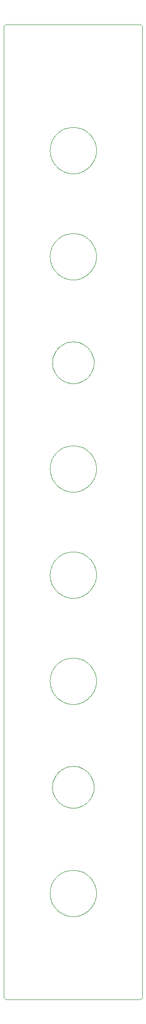
<source format=gm1>
%TF.GenerationSoftware,KiCad,Pcbnew,(6.0.6-0)*%
%TF.CreationDate,2022-09-04T11:17:48+01:00*%
%TF.ProjectId,4u-simple-integrator-frontpanel,34752d73-696d-4706-9c65-2d696e746567,r02*%
%TF.SameCoordinates,Original*%
%TF.FileFunction,Profile,NP*%
%FSLAX46Y46*%
G04 Gerber Fmt 4.6, Leading zero omitted, Abs format (unit mm)*
G04 Created by KiCad (PCBNEW (6.0.6-0)) date 2022-09-04 11:17:48*
%MOMM*%
%LPD*%
G01*
G04 APERTURE LIST*
%TA.AperFunction,Profile*%
%ADD10C,0.100000*%
%TD*%
G04 APERTURE END LIST*
D10*
%TO.C,Ref\u002A\u002A*%
X88158890Y-101192952D02*
X87889290Y-101489252D01*
X88609190Y-58471352D02*
X88785490Y-58835152D01*
X88926390Y-61682752D02*
X88785490Y-62064652D01*
X83335290Y-140485052D02*
X82971590Y-140309052D01*
X84114990Y-132570052D02*
X84526590Y-132506052D01*
X82971590Y-140309052D02*
X82628090Y-140100052D01*
X80806780Y-136227052D02*
X80870360Y-135815052D01*
X87596590Y-76853552D02*
X87839290Y-77120352D01*
X83335290Y-178585052D02*
X82971590Y-178409052D01*
X80870360Y-99384952D02*
X80806780Y-98973252D01*
X80785110Y-98549952D02*
X80785110Y-98549952D01*
X87889290Y-133710052D02*
X88158890Y-134007052D01*
X83168590Y-152405052D02*
X83496090Y-152247052D01*
X81290890Y-43378452D02*
X81114570Y-43014652D01*
X86928390Y-121259052D02*
X86564690Y-121435052D01*
X81496620Y-80953652D02*
X81369750Y-80609852D01*
X88158890Y-177393052D02*
X87889290Y-177689052D01*
X89114990Y-174750052D02*
X89093290Y-175173052D01*
X86403890Y-82953252D02*
X86059990Y-83080052D01*
X85373190Y-94406552D02*
X85784890Y-94470052D01*
X86731390Y-82794452D02*
X86403890Y-82953252D01*
X81114570Y-135035052D02*
X81290890Y-134671052D01*
X81219490Y-79881052D02*
X81199970Y-79499952D01*
X82971590Y-56790652D02*
X83335290Y-56614352D01*
X83839990Y-152120052D02*
X84198190Y-152027052D01*
X81500470Y-138972052D02*
X81290890Y-138628052D01*
X87839290Y-77120352D02*
X88055990Y-77409352D01*
X72535816Y-19021201D02*
X72597079Y-18947108D01*
X80785110Y-41399952D02*
X80785110Y-41399952D01*
X83717190Y-94573452D02*
X84114990Y-94470052D01*
X86928390Y-37740652D02*
X87271890Y-37950252D01*
X89029690Y-116764952D02*
X89093290Y-117176552D01*
X88680590Y-156081052D02*
X88623390Y-156452052D01*
X81500470Y-177072052D02*
X81290890Y-176728052D01*
X81290890Y-96571352D02*
X81500470Y-96227952D01*
X80870360Y-116764952D02*
X80973670Y-116367052D01*
X86059990Y-75919752D02*
X86403890Y-76046652D01*
X82971590Y-37740652D02*
X83335290Y-37564352D01*
X84949890Y-121765052D02*
X84526590Y-121743052D01*
X84114990Y-140730052D02*
X83717190Y-140626052D01*
X82307090Y-114390952D02*
X82628090Y-114150252D01*
X83335290Y-45235552D02*
X82971590Y-45059152D01*
X81496620Y-154246052D02*
X81655370Y-153919052D01*
X88785490Y-135035052D02*
X88926390Y-135417052D01*
X97228690Y-193714052D02*
X97143790Y-193760052D01*
X88158890Y-38756952D02*
X88399590Y-39077952D01*
X87271890Y-121050052D02*
X86928390Y-121259052D01*
X81741150Y-101192952D02*
X81500470Y-100871852D01*
X83717190Y-121576052D02*
X83335290Y-121435052D01*
X81496620Y-78046152D02*
X81655370Y-77718652D01*
X80806780Y-98973252D02*
X80785110Y-98549952D01*
X86182790Y-132673052D02*
X86564690Y-132814052D01*
X82859390Y-76394052D02*
X83168590Y-76205352D01*
X80973670Y-97317052D02*
X81114570Y-96935152D01*
X89029690Y-42234952D02*
X88926390Y-42632752D01*
X83717190Y-178726052D02*
X83335290Y-178585052D01*
X87596590Y-82146352D02*
X87329690Y-82389052D01*
X83335290Y-56614352D02*
X83717190Y-56473452D01*
X88399590Y-177072052D02*
X88158890Y-177393052D01*
X87889290Y-177689052D02*
X87592890Y-177959052D01*
X82060770Y-81879452D02*
X81844070Y-81590452D01*
X84568790Y-159430052D02*
X84198190Y-159373052D01*
X87839290Y-158079052D02*
X87596590Y-158346052D01*
X83335290Y-37564352D02*
X83717190Y-37423452D01*
X86564690Y-45235552D02*
X86182790Y-45376452D01*
X82628090Y-121050052D02*
X82307090Y-120809052D01*
X83839990Y-159280052D02*
X83496090Y-159153052D01*
X85373190Y-56306552D02*
X85784890Y-56370052D01*
X81741150Y-38756952D02*
X82010760Y-38460552D01*
X81500470Y-134328052D02*
X81741150Y-134007052D01*
X80806780Y-118023252D02*
X80785110Y-117599952D01*
X88158890Y-57806952D02*
X88399590Y-58127952D01*
X82971590Y-132991052D02*
X83335290Y-132814052D01*
X87271890Y-133200052D02*
X87592890Y-133441052D01*
X85784890Y-37320052D02*
X86182790Y-37423452D01*
X80806780Y-117176552D02*
X80870360Y-116764952D01*
X81369750Y-154590052D02*
X81496620Y-154246052D01*
X81219490Y-155319052D02*
X81276730Y-154948052D01*
X85331090Y-151969052D02*
X85701790Y-152027052D01*
X82010760Y-95610552D02*
X82307090Y-95340952D01*
X84526590Y-121743052D02*
X84114990Y-121680052D01*
X82307090Y-57240952D02*
X82628090Y-57000252D01*
X83717190Y-140626052D02*
X83335290Y-140485052D01*
X97410390Y-19106065D02*
X97439690Y-19199623D01*
X80870360Y-61284952D02*
X80806780Y-60873252D01*
X82971590Y-94890652D02*
X83335290Y-94714352D01*
X84198190Y-159373052D02*
X83839990Y-159280052D01*
X82307090Y-139859052D02*
X82010760Y-139589052D01*
X96950090Y-193800052D02*
X72950000Y-193800052D01*
X84949890Y-151950052D02*
X85331090Y-151969052D01*
X86564690Y-37564352D02*
X86928390Y-37740652D01*
X81741150Y-177393052D02*
X81500470Y-177072052D01*
X87889290Y-120539052D02*
X87592890Y-120809052D01*
X88609190Y-138628052D02*
X88399590Y-138972052D01*
X83335290Y-113764352D02*
X83717190Y-113623452D01*
X81500470Y-172428052D02*
X81741150Y-172107052D01*
X88926390Y-175983052D02*
X88785490Y-176365052D01*
X80870360Y-59614952D02*
X80973670Y-59217052D01*
X80973670Y-135417052D02*
X81114570Y-135035052D01*
X89029690Y-175585052D02*
X88926390Y-175983052D01*
X89093290Y-41823252D02*
X89029690Y-42234952D01*
X81500470Y-119922052D02*
X81290890Y-119578052D01*
X80806780Y-98126552D02*
X80870360Y-97714952D01*
X81369750Y-80609852D02*
X81276730Y-80251652D01*
X88055990Y-153609052D02*
X88244690Y-153919052D01*
X81741150Y-95906952D02*
X82010760Y-95610552D01*
X88399590Y-100871852D02*
X88158890Y-101192952D01*
X81290890Y-39421452D02*
X81500470Y-39077952D01*
X88785490Y-96935152D02*
X88926390Y-97317052D01*
X82859390Y-82605752D02*
X82570390Y-82389052D01*
X83717190Y-64426452D02*
X83335290Y-64285552D01*
X88680590Y-155319052D02*
X88700090Y-155700052D01*
X84949890Y-64614952D02*
X84526590Y-64593352D01*
X80806780Y-60873252D02*
X80785110Y-60449952D01*
X89093290Y-60026552D02*
X89114990Y-60449952D01*
X84114990Y-94470052D02*
X84526590Y-94406552D01*
X81741150Y-172107052D02*
X82010760Y-171810052D01*
X81844070Y-77409352D02*
X82060770Y-77120352D01*
X86928390Y-113940652D02*
X87271890Y-114150252D01*
X81276730Y-154948052D02*
X81369750Y-154590052D01*
X84949890Y-159450052D02*
X84568790Y-159430052D01*
X88623390Y-78748152D02*
X88680590Y-79118752D01*
X83335290Y-94714352D02*
X83717190Y-94573452D01*
X85373190Y-113456552D02*
X85784890Y-113520052D01*
X86928390Y-171091052D02*
X87271890Y-171300052D01*
X89029690Y-173915052D02*
X89093290Y-174327052D01*
X86182790Y-64426452D02*
X85784890Y-64529752D01*
X89114990Y-117599952D02*
X89093290Y-118023252D01*
X87889290Y-95610552D02*
X88158890Y-95906952D01*
X88158890Y-63092952D02*
X87889290Y-63389352D01*
X87889290Y-171810052D02*
X88158890Y-172107052D01*
X82010760Y-63389352D02*
X81741150Y-63092952D01*
X87271890Y-44849652D02*
X86928390Y-45059152D01*
X86731390Y-76205352D02*
X87040590Y-76394052D01*
X81741150Y-134007052D02*
X82010760Y-133710052D01*
X86182790Y-37423452D02*
X86564690Y-37564352D01*
X84114990Y-178830052D02*
X83717190Y-178726052D01*
X88399590Y-39077952D02*
X88609190Y-39421452D01*
X81500470Y-58127952D02*
X81741150Y-57806952D01*
X83717190Y-45376452D02*
X83335290Y-45235552D01*
X86928390Y-56790652D02*
X87271890Y-57000252D01*
X97228690Y-18885865D02*
X97302790Y-18947108D01*
X80973670Y-59217052D02*
X81114570Y-58835152D01*
X81114570Y-173135052D02*
X81290890Y-172771052D01*
X82971590Y-102209152D02*
X82628090Y-101999652D01*
X86564690Y-140485052D02*
X86182790Y-140626052D01*
X84949890Y-170585052D02*
X85373190Y-170606052D01*
X88530290Y-154590052D02*
X88623390Y-154948052D01*
X81219490Y-79118752D02*
X81276730Y-78748152D01*
X82628090Y-57000252D02*
X82971590Y-56790652D01*
X96950090Y-18800000D02*
X96950090Y-18800000D01*
X82010760Y-114660552D02*
X82307090Y-114390952D01*
X72849738Y-18810233D02*
X72950000Y-18800000D01*
X81199970Y-79499952D02*
X81219490Y-79118752D01*
X83335290Y-64285552D02*
X82971590Y-64109152D01*
X82628090Y-178200052D02*
X82307090Y-177959052D01*
X88530290Y-156810052D02*
X88403490Y-157154052D01*
X88399590Y-134328052D02*
X88609190Y-134671052D01*
X96950090Y-18800000D02*
X97050290Y-18810233D01*
X81114570Y-176365052D02*
X80973670Y-175983052D01*
X80785110Y-98549952D02*
X80806780Y-98126552D01*
X83168590Y-158994052D02*
X82859390Y-158806052D01*
X84568790Y-75769452D02*
X84949890Y-75749952D01*
X88680590Y-79118752D02*
X88700090Y-79499952D01*
X84949890Y-102714952D02*
X84526590Y-102693352D01*
X89114990Y-60449952D02*
X89093290Y-60873252D01*
X88623390Y-156452052D02*
X88530290Y-156810052D01*
X87596590Y-153053052D02*
X87839290Y-153320052D01*
X82570390Y-82389052D02*
X82303490Y-82146352D01*
X89093290Y-137073052D02*
X89029690Y-137485052D01*
X84526590Y-94406552D02*
X84949890Y-94384852D01*
X84114990Y-45479752D02*
X83717190Y-45376452D01*
X81219490Y-156081052D02*
X81199970Y-155700052D01*
X82628090Y-171300052D02*
X82971590Y-171091052D01*
X82628090Y-37950252D02*
X82971590Y-37740652D01*
X89093290Y-174327052D02*
X89114990Y-174750052D01*
X86928390Y-178409052D02*
X86564690Y-178585052D01*
X88530290Y-78389952D02*
X88623390Y-78748152D01*
X82307090Y-177959052D02*
X82010760Y-177689052D01*
X84568790Y-151969052D02*
X84949890Y-151950052D01*
X97363990Y-19021201D02*
X97410390Y-19106065D01*
X85373190Y-132506052D02*
X85784890Y-132570052D01*
X86182790Y-178726052D02*
X85784890Y-178830052D01*
X81500470Y-39077952D02*
X81741150Y-38756952D01*
X81114570Y-100164652D02*
X80973670Y-99782752D01*
X86182790Y-45376452D02*
X85784890Y-45479752D01*
X88530290Y-80609852D02*
X88403490Y-80953652D01*
X88158890Y-95906952D02*
X88399590Y-96227952D01*
X84526590Y-64593352D02*
X84114990Y-64529752D01*
X84949890Y-140815052D02*
X84526590Y-140793052D01*
X85701790Y-83173052D02*
X85331090Y-83230352D01*
X81290890Y-115621352D02*
X81500470Y-115277952D01*
X88158890Y-139293052D02*
X87889290Y-139589052D01*
X85784890Y-56370052D02*
X86182790Y-56473452D01*
X89093290Y-118023252D02*
X89029690Y-118434952D01*
X88623390Y-80251652D02*
X88530290Y-80609852D01*
X80870360Y-118434952D02*
X80806780Y-118023252D01*
X84526590Y-56306552D02*
X84949890Y-56284852D01*
X81290890Y-134671052D02*
X81500470Y-134328052D01*
X86059990Y-159280052D02*
X85701790Y-159373052D01*
X83335290Y-121435052D02*
X82971590Y-121259052D01*
X87271890Y-95100252D02*
X87592890Y-95340952D01*
X82971590Y-178409052D02*
X82628090Y-178200052D01*
X87592890Y-171541052D02*
X87889290Y-171810052D01*
X87839290Y-153320052D02*
X88055990Y-153609052D01*
X84949890Y-94384852D02*
X85373190Y-94406552D01*
X85373190Y-170606052D02*
X85784890Y-170670052D01*
X86403890Y-159153052D02*
X86059990Y-159280052D01*
X80870360Y-42234952D02*
X80806780Y-41823252D01*
X89029690Y-59614952D02*
X89093290Y-60026552D01*
X84526590Y-113456552D02*
X84949890Y-113434852D01*
X82971590Y-121259052D02*
X82628090Y-121050052D01*
X83717190Y-102526452D02*
X83335290Y-102385552D01*
X82859390Y-158806052D02*
X82570390Y-158589052D01*
X82010760Y-133710052D02*
X82307090Y-133441052D01*
X87592890Y-63658952D02*
X87271890Y-63899652D01*
X88700090Y-155700052D02*
X88680590Y-156081052D01*
X88399590Y-96227952D02*
X88609190Y-96571352D01*
X84949890Y-75749952D02*
X85331090Y-75769452D01*
X80870360Y-137485052D02*
X80806780Y-137073052D01*
X84526590Y-45543352D02*
X84114990Y-45479752D01*
X83839990Y-83080052D02*
X83496090Y-82953252D01*
X84526590Y-102693352D02*
X84114990Y-102629752D01*
X85331090Y-83230352D02*
X84949890Y-83249852D01*
X83496090Y-159153052D02*
X83168590Y-158994052D01*
X80870360Y-175585052D02*
X80806780Y-175173052D01*
X83168590Y-82794452D02*
X82859390Y-82605752D01*
X87271890Y-140100052D02*
X86928390Y-140309052D01*
X83496090Y-76046652D02*
X83839990Y-75919752D01*
X97050290Y-18810233D02*
X97143790Y-18839547D01*
X86182790Y-94573452D02*
X86564690Y-94714352D01*
X88680590Y-79881052D02*
X88623390Y-80251652D01*
X88785490Y-62064652D02*
X88609190Y-62428452D01*
X88785490Y-138265052D02*
X88609190Y-138628052D01*
X84949890Y-45564952D02*
X84526590Y-45543352D01*
X87889290Y-44339352D02*
X87592890Y-44608952D01*
X72535816Y-193579052D02*
X72489489Y-193494052D01*
X82060770Y-153320052D02*
X82303490Y-153053052D01*
X80806780Y-175173052D02*
X80785110Y-174750052D01*
X82303490Y-153053052D02*
X82570390Y-152811052D01*
X84114990Y-37320052D02*
X84526590Y-37256552D01*
X88609190Y-119578052D02*
X88399590Y-119922052D01*
X85373190Y-178893052D02*
X84949890Y-178915052D01*
X82971590Y-171091052D02*
X83335290Y-170914052D01*
X81500470Y-43721852D02*
X81290890Y-43378452D01*
X82010760Y-171810052D02*
X82307090Y-171541052D01*
X81290890Y-58471352D02*
X81500470Y-58127952D01*
X97439690Y-19199623D02*
X97449890Y-19299798D01*
X82628090Y-140100052D02*
X82307090Y-139859052D01*
X86564690Y-102385552D02*
X86182790Y-102526452D01*
X81500470Y-62771852D02*
X81290890Y-62428452D01*
X97143790Y-193760052D02*
X97050290Y-193790052D01*
X85784890Y-121680052D02*
X85373190Y-121743052D01*
X81655370Y-157481052D02*
X81496620Y-157154052D01*
X81500470Y-115277952D02*
X81741150Y-114956952D01*
X72460171Y-193400052D02*
X72449938Y-193300052D01*
X86564690Y-178585052D02*
X86182790Y-178726052D01*
X80973670Y-40167052D02*
X81114570Y-39785152D01*
X89114990Y-136650052D02*
X89093290Y-137073052D01*
X87592890Y-44608952D02*
X87271890Y-44849652D01*
X81655370Y-77718652D02*
X81844070Y-77409352D01*
X86731390Y-152405052D02*
X87040590Y-152594052D01*
X82010760Y-101489252D02*
X81741150Y-101192952D01*
X81276730Y-80251652D02*
X81219490Y-79881052D01*
X89029690Y-99384952D02*
X88926390Y-99782752D01*
X72460171Y-19199623D02*
X72489489Y-19106065D01*
X82628090Y-44849652D02*
X82307090Y-44608952D01*
X81500470Y-96227952D02*
X81741150Y-95906952D01*
X88609190Y-100528452D02*
X88399590Y-100871852D01*
X84114990Y-102629752D02*
X83717190Y-102526452D01*
X85331090Y-75769452D02*
X85701790Y-75826752D01*
X87889290Y-38460552D02*
X88158890Y-38756952D01*
X80870360Y-135815052D02*
X80973670Y-135417052D01*
X88609190Y-39421452D02*
X88785490Y-39785152D01*
X88785490Y-119215052D02*
X88609190Y-119578052D01*
X84526590Y-37256552D02*
X84949890Y-37234852D01*
X88926390Y-135417052D02*
X89029690Y-135815052D01*
X87592890Y-114390952D02*
X87889290Y-114660552D01*
X80973670Y-137883052D02*
X80870360Y-137485052D01*
X86403890Y-152247052D02*
X86731390Y-152405052D01*
X85331090Y-159430052D02*
X84949890Y-159450052D01*
X82971590Y-113940652D02*
X83335290Y-113764352D01*
X86182790Y-56473452D02*
X86564690Y-56614352D01*
X83839990Y-75919752D02*
X84198190Y-75826752D01*
X81741150Y-139293052D02*
X81500470Y-138972052D01*
X84114990Y-113520052D02*
X84526590Y-113456552D01*
X89093290Y-98126552D02*
X89114990Y-98549952D01*
X88399590Y-138972052D02*
X88158890Y-139293052D01*
X89093290Y-136227052D02*
X89114990Y-136650052D01*
X72449938Y-193300052D02*
X72449938Y-19299798D01*
X81741150Y-57806952D02*
X82010760Y-57510552D01*
X83168590Y-76205352D02*
X83496090Y-76046652D01*
X72489489Y-193494052D02*
X72460171Y-193400052D01*
X82570390Y-76610752D02*
X82859390Y-76394052D01*
X87889290Y-114660552D02*
X88158890Y-114956952D01*
X81844070Y-81590452D02*
X81655370Y-81281152D01*
X85784890Y-45479752D02*
X85373190Y-45543352D01*
X86564690Y-132814052D02*
X86928390Y-132991052D01*
X82307090Y-95340952D02*
X82628090Y-95100252D01*
X81276730Y-78748152D02*
X81369750Y-78389952D01*
X97050290Y-193790052D02*
X96950090Y-193800052D01*
X72671204Y-18885865D02*
X72756115Y-18839547D01*
X88609190Y-176728052D02*
X88399590Y-177072052D01*
X82010760Y-120539052D02*
X81741150Y-120243052D01*
X83335290Y-170914052D02*
X83717190Y-170773052D01*
X72756115Y-193760052D02*
X72671204Y-193714052D01*
X86059990Y-83080052D02*
X85701790Y-83173052D01*
X85373190Y-140793052D02*
X84949890Y-140815052D01*
X88399590Y-58127952D02*
X88609190Y-58471352D01*
X84198190Y-152027052D02*
X84568790Y-151969052D01*
X97449890Y-19299798D02*
X97449890Y-193300052D01*
X87271890Y-171300052D02*
X87592890Y-171541052D01*
X88609190Y-96571352D02*
X88785490Y-96935152D01*
X88244690Y-157481052D02*
X88055990Y-157790052D01*
X86564690Y-94714352D02*
X86928390Y-94890652D01*
X87329690Y-158589052D02*
X87040590Y-158806052D01*
X88700090Y-79499952D02*
X88680590Y-79881052D01*
X88158890Y-120243052D02*
X87889290Y-120539052D01*
X85701790Y-152027052D02*
X86059990Y-152120052D01*
X88609190Y-172771052D02*
X88785490Y-173135052D01*
X82010760Y-44339352D02*
X81741150Y-44042952D01*
X86182790Y-140626052D02*
X85784890Y-140730052D01*
X86928390Y-102209152D02*
X86564690Y-102385552D01*
X86731390Y-158994052D02*
X86403890Y-159153052D01*
X88785490Y-176365052D02*
X88609190Y-176728052D01*
X72756115Y-18839547D02*
X72849738Y-18810233D01*
X83717190Y-132673052D02*
X84114990Y-132570052D01*
X84949890Y-56284852D02*
X85373190Y-56306552D01*
X80785110Y-41399952D02*
X80806780Y-40976552D01*
X88926390Y-173517052D02*
X89029690Y-173915052D01*
X80870360Y-97714952D02*
X80973670Y-97317052D01*
X86564690Y-56614352D02*
X86928390Y-56790652D01*
X80870360Y-173915052D02*
X80973670Y-173517052D01*
X88926390Y-97317052D02*
X89029690Y-97714952D01*
X84949890Y-113434852D02*
X85373190Y-113456552D01*
X88403490Y-80953652D02*
X88244690Y-81281152D01*
X86403890Y-76046652D02*
X86731390Y-76205352D01*
X80785110Y-60449952D02*
X80785110Y-60449952D01*
X97302790Y-193653052D02*
X97228690Y-193714052D01*
X80806780Y-60026552D02*
X80870360Y-59614952D01*
X87592890Y-38190952D02*
X87889290Y-38460552D01*
X81114570Y-62064652D02*
X80973670Y-61682752D01*
X88926390Y-59217052D02*
X89029690Y-59614952D01*
X89029690Y-61284952D02*
X88926390Y-61682752D01*
X97302790Y-18947108D02*
X97363990Y-19021201D01*
X88399590Y-172428052D02*
X88609190Y-172771052D01*
X72950000Y-193800052D02*
X72849738Y-193790052D01*
X81114570Y-39785152D02*
X81290890Y-39421452D01*
X83717190Y-56473452D02*
X84114990Y-56370052D01*
X82010760Y-139589052D02*
X81741150Y-139293052D01*
X85373190Y-64593352D02*
X84949890Y-64614952D01*
X84198190Y-75826752D02*
X84568790Y-75769452D01*
X82307090Y-171541052D02*
X82628090Y-171300052D01*
X81114570Y-58835152D02*
X81290890Y-58471352D01*
X72849738Y-193790052D02*
X72756115Y-193760052D01*
X84526590Y-132506052D02*
X84949890Y-132485052D01*
X88158890Y-114956952D02*
X88399590Y-115277952D01*
X86182790Y-121576052D02*
X85784890Y-121680052D01*
X81114570Y-96935152D02*
X81290890Y-96571352D01*
X72950000Y-18800000D02*
X96950090Y-18800000D01*
X81741150Y-114956952D02*
X82010760Y-114660552D01*
X81290890Y-119578052D02*
X81114570Y-119215052D01*
X80973670Y-175983052D02*
X80870360Y-175585052D01*
X87271890Y-114150252D02*
X87592890Y-114390952D01*
X89029690Y-135815052D02*
X89093290Y-136227052D01*
X82307090Y-63658952D02*
X82010760Y-63389352D01*
X87329690Y-82389052D02*
X87040590Y-82605752D01*
X89029690Y-97714952D02*
X89093290Y-98126552D01*
X80806780Y-174327052D02*
X80870360Y-173915052D01*
X88785490Y-173135052D02*
X88926390Y-173517052D01*
X81290890Y-100528452D02*
X81114570Y-100164652D01*
X89029690Y-137485052D02*
X88926390Y-137883052D01*
X87592890Y-139859052D02*
X87271890Y-140100052D01*
X86564690Y-121435052D02*
X86182790Y-121576052D01*
X81844070Y-153609052D02*
X82060770Y-153320052D01*
X88926390Y-116367052D02*
X89029690Y-116764952D01*
X72489489Y-19106065D02*
X72535816Y-19021201D01*
X81741150Y-63092952D02*
X81500470Y-62771852D01*
X82628090Y-95100252D02*
X82971590Y-94890652D01*
X88785490Y-115985152D02*
X88926390Y-116367052D01*
X87329690Y-152811052D02*
X87596590Y-153053052D01*
X87839290Y-81879452D02*
X87596590Y-82146352D01*
X89029690Y-118434952D02*
X88926390Y-118833052D01*
X83717190Y-170773052D02*
X84114990Y-170670052D01*
X84949890Y-83249852D02*
X84568790Y-83230352D01*
X86928390Y-45059152D02*
X86564690Y-45235552D01*
X81741150Y-44042952D02*
X81500470Y-43721852D01*
X88399590Y-115277952D02*
X88609190Y-115621352D01*
X80973670Y-61682752D02*
X80870360Y-61284952D01*
X85784890Y-170670052D02*
X86182790Y-170773052D01*
X87889290Y-139589052D02*
X87592890Y-139859052D01*
X85784890Y-178830052D02*
X85373190Y-178893052D01*
X88609190Y-62428452D02*
X88399590Y-62771852D01*
X97363990Y-193579052D02*
X97302790Y-193653052D01*
X72671204Y-193714052D02*
X72597079Y-193653052D01*
X80973670Y-99782752D02*
X80870360Y-99384952D01*
X87271890Y-57000252D02*
X87592890Y-57240952D01*
X86928390Y-132991052D02*
X87271890Y-133200052D01*
X88055990Y-81590452D02*
X87839290Y-81879452D01*
X82971590Y-45059152D02*
X82628090Y-44849652D01*
X97449890Y-193300052D02*
X97439690Y-193400052D01*
X88785490Y-58835152D02*
X88926390Y-59217052D01*
X85373190Y-37256552D02*
X85784890Y-37320052D01*
X80973670Y-173517052D02*
X81114570Y-173135052D01*
X88926390Y-42632752D02*
X88785490Y-43014652D01*
X82303490Y-158346052D02*
X82060770Y-158079052D01*
X82570390Y-152811052D02*
X82859390Y-152594052D01*
X85784890Y-113520052D02*
X86182790Y-113623452D01*
X87592890Y-57240952D02*
X87889290Y-57510552D01*
X81290890Y-62428452D02*
X81114570Y-62064652D01*
X81114570Y-119215052D02*
X80973670Y-118833052D01*
X87271890Y-37950252D02*
X87592890Y-38190952D01*
X82859390Y-152594052D02*
X83168590Y-152405052D01*
X82307090Y-101758952D02*
X82010760Y-101489252D01*
X85784890Y-132570052D02*
X86182790Y-132673052D01*
X89093290Y-175173052D02*
X89029690Y-175585052D01*
X85784890Y-94470052D02*
X86182790Y-94573452D01*
X84114990Y-170670052D02*
X84526590Y-170606052D01*
X88403490Y-154246052D02*
X88530290Y-154590052D01*
X87596590Y-158346052D02*
X87329690Y-158589052D01*
X86182790Y-113623452D02*
X86564690Y-113764352D01*
X80785110Y-60449952D02*
X80806780Y-60026552D01*
X81276730Y-156452052D02*
X81219490Y-156081052D01*
X81369750Y-78389952D02*
X81496620Y-78046152D01*
X87271890Y-178200052D02*
X86928390Y-178409052D01*
X87889290Y-57510552D02*
X88158890Y-57806952D01*
X83496090Y-152247052D02*
X83839990Y-152120052D01*
X88158890Y-44042952D02*
X87889290Y-44339352D01*
X81290890Y-138628052D02*
X81114570Y-138265052D01*
X86059990Y-152120052D02*
X86403890Y-152247052D01*
X84114990Y-64529752D02*
X83717190Y-64426452D01*
X81844070Y-157790052D02*
X81655370Y-157481052D01*
X81199970Y-155700052D02*
X81219490Y-155319052D01*
X83335290Y-132814052D02*
X83717190Y-132673052D01*
X82303490Y-82146352D02*
X82060770Y-81879452D01*
X89114990Y-98549952D02*
X89093290Y-98973252D01*
X80785110Y-117599952D02*
X80806780Y-117176552D01*
X81290890Y-172771052D02*
X81500470Y-172428052D01*
X81290890Y-176728052D02*
X81114570Y-176365052D01*
X83496090Y-82953252D02*
X83168590Y-82794452D01*
X88926390Y-40167052D02*
X89029690Y-40564952D01*
X87040590Y-152594052D02*
X87329690Y-152811052D01*
X86564690Y-170914052D02*
X86928390Y-171091052D01*
X81655370Y-153919052D02*
X81844070Y-153609052D01*
X88609190Y-134671052D02*
X88785490Y-135035052D01*
X84114990Y-121680052D02*
X83717190Y-121576052D01*
X87592890Y-120809052D02*
X87271890Y-121050052D01*
X80785110Y-136650052D02*
X80785110Y-136650052D01*
X82307090Y-120809052D02*
X82010760Y-120539052D01*
X81199970Y-155700052D02*
X81199970Y-155700052D01*
X80806780Y-41823252D02*
X80785110Y-41399952D01*
X88399590Y-62771852D02*
X88158890Y-63092952D01*
X88055990Y-77409352D02*
X88244690Y-77718652D01*
X82628090Y-101999652D02*
X82307090Y-101758952D01*
X80806780Y-40976552D02*
X80870360Y-40564952D01*
X88785490Y-43014652D02*
X88609190Y-43378452D01*
X81655370Y-81281152D02*
X81496620Y-80953652D01*
X84526590Y-140793052D02*
X84114990Y-140730052D01*
X85373190Y-121743052D02*
X84949890Y-121765052D01*
X82010760Y-177689052D02*
X81741150Y-177393052D01*
X88609190Y-43378452D02*
X88399590Y-43721852D01*
X87592890Y-133441052D02*
X87889290Y-133710052D01*
X87329690Y-76610752D02*
X87596590Y-76853552D01*
X88158890Y-172107052D02*
X88399590Y-172428052D01*
X85701790Y-75826752D02*
X86059990Y-75919752D01*
X82570390Y-158589052D02*
X82303490Y-158346052D01*
X88244690Y-153919052D02*
X88403490Y-154246052D01*
X80785110Y-117599952D02*
X80785110Y-117599952D01*
X86182790Y-102526452D02*
X85784890Y-102629752D01*
X89093290Y-117176552D02*
X89114990Y-117599952D01*
X83717190Y-37423452D02*
X84114990Y-37320052D01*
X97143790Y-18839547D02*
X97228690Y-18885865D01*
X81741150Y-120243052D02*
X81500470Y-119922052D01*
X80785110Y-174750052D02*
X80785110Y-174750052D01*
X88244690Y-77718652D02*
X88403490Y-78046152D01*
X80973670Y-118833052D02*
X80870360Y-118434952D01*
X80806780Y-137073052D02*
X80785110Y-136650052D01*
X89114990Y-41399952D02*
X89093290Y-41823252D01*
X84526590Y-170606052D02*
X84949890Y-170585052D01*
X88926390Y-137883052D02*
X88785490Y-138265052D01*
X88399590Y-43721852D02*
X88158890Y-44042952D01*
X72597079Y-18947108D02*
X72671204Y-18885865D01*
X84568790Y-83230352D02*
X84198190Y-83173052D01*
X82010760Y-57510552D02*
X82307090Y-57240952D01*
X83335290Y-102385552D02*
X82971590Y-102209152D01*
X82628090Y-133200052D02*
X82971590Y-132991052D01*
X88926390Y-118833052D02*
X88785490Y-119215052D01*
X85373190Y-102693352D02*
X84949890Y-102714952D01*
X81114570Y-115985152D02*
X81290890Y-115621352D01*
X87592890Y-177959052D02*
X87271890Y-178200052D01*
X84949890Y-37234852D02*
X85373190Y-37256552D01*
X88158890Y-134007052D02*
X88399590Y-134328052D01*
X82628090Y-63899652D02*
X82307090Y-63658952D01*
X85784890Y-102629752D02*
X85373190Y-102693352D01*
X84114990Y-56370052D02*
X84526590Y-56306552D01*
X82060770Y-158079052D02*
X81844070Y-157790052D01*
X88399590Y-119922052D02*
X88158890Y-120243052D01*
X82307090Y-133441052D02*
X82628090Y-133200052D01*
X87040590Y-76394052D02*
X87329690Y-76610752D01*
X86564690Y-113764352D02*
X86928390Y-113940652D01*
X81500470Y-100871852D02*
X81290890Y-100528452D01*
X89029690Y-40564952D02*
X89093290Y-40976552D01*
X85784890Y-64529752D02*
X85373190Y-64593352D01*
X88055990Y-157790052D02*
X87839290Y-158079052D01*
X97439690Y-193400052D02*
X97410390Y-193494052D01*
X87592890Y-95340952D02*
X87889290Y-95610552D01*
X87040590Y-82605752D02*
X86731390Y-82794452D01*
X72449938Y-19299798D02*
X72460171Y-19199623D01*
X87592890Y-101758952D02*
X87271890Y-101999652D01*
X89093290Y-40976552D02*
X89114990Y-41399952D01*
X80870360Y-40564952D02*
X80973670Y-40167052D01*
X86564690Y-64285552D02*
X86182790Y-64426452D01*
X87040590Y-158806052D02*
X86731390Y-158994052D01*
X86928390Y-64109152D02*
X86564690Y-64285552D01*
X82307090Y-44608952D02*
X82010760Y-44339352D01*
X85784890Y-140730052D02*
X85373190Y-140793052D01*
X84198190Y-83173052D02*
X83839990Y-83080052D01*
X80973670Y-116367052D02*
X81114570Y-115985152D01*
X86928390Y-94890652D02*
X87271890Y-95100252D01*
X80785110Y-174750052D02*
X80806780Y-174327052D01*
X89093290Y-98973252D02*
X89029690Y-99384952D01*
X80973670Y-42632752D02*
X80870360Y-42234952D01*
X87889290Y-63389352D02*
X87592890Y-63658952D01*
X82303490Y-76853552D02*
X82570390Y-76610752D01*
X87889290Y-101489252D02*
X87592890Y-101758952D01*
X81369750Y-156810052D02*
X81276730Y-156452052D01*
X97410390Y-193494052D02*
X97363990Y-193579052D01*
X88785490Y-100164652D02*
X88609190Y-100528452D01*
X82628090Y-114150252D02*
X82971590Y-113940652D01*
X88403490Y-157154052D02*
X88244690Y-157481052D01*
X88623390Y-154948052D02*
X88680590Y-155319052D01*
X87271890Y-101999652D02*
X86928390Y-102209152D01*
X81199970Y-79499952D02*
X81199970Y-79499952D01*
X88609190Y-115621352D02*
X88785490Y-115985152D01*
X82060770Y-77120352D02*
X82303490Y-76853552D01*
X88244690Y-81281152D02*
X88055990Y-81590452D01*
X83717190Y-113623452D02*
X84114990Y-113520052D01*
X87271890Y-63899652D02*
X86928390Y-64109152D01*
X84949890Y-178915052D02*
X84526590Y-178893052D01*
X80785110Y-136650052D02*
X80806780Y-136227052D01*
X88926390Y-99782752D02*
X88785490Y-100164652D01*
X88785490Y-39785152D02*
X88926390Y-40167052D01*
X82010760Y-38460552D02*
X82307090Y-38190952D01*
X85373190Y-45543352D02*
X84949890Y-45564952D01*
X72597079Y-193653052D02*
X72535816Y-193579052D01*
X82971590Y-64109152D02*
X82628090Y-63899652D01*
X84949890Y-132485052D02*
X85373190Y-132506052D01*
X89093290Y-60873252D02*
X89029690Y-61284952D01*
X88403490Y-78046152D02*
X88530290Y-78389952D01*
X81496620Y-157154052D02*
X81369750Y-156810052D01*
X86182790Y-170773052D02*
X86564690Y-170914052D01*
X84526590Y-178893052D02*
X84114990Y-178830052D01*
X86928390Y-140309052D02*
X86564690Y-140485052D01*
X85701790Y-159373052D02*
X85331090Y-159430052D01*
X82307090Y-38190952D02*
X82628090Y-37950252D01*
X81114570Y-43014652D02*
X80973670Y-42632752D01*
X81114570Y-138265052D02*
X80973670Y-137883052D01*
%TD*%
M02*

</source>
